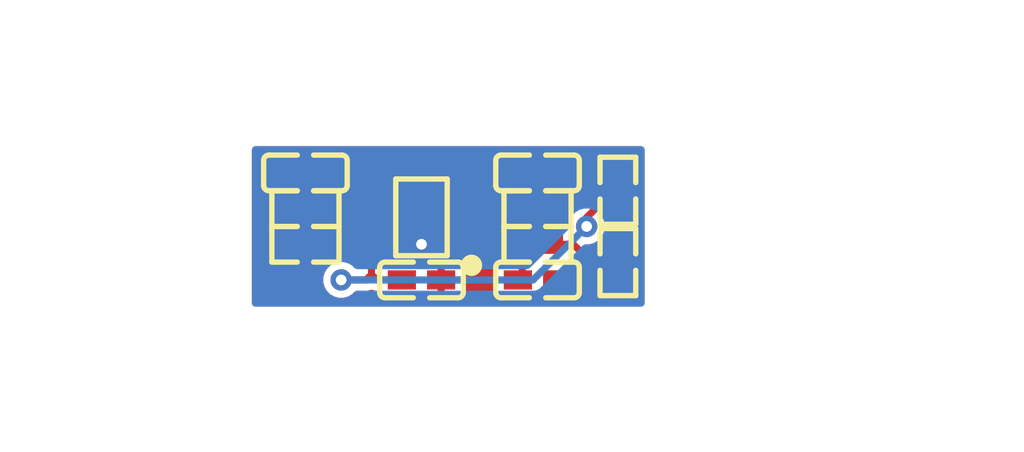
<source format=kicad_pcb>
(kicad_pcb (version 20241229) (generator "pcbnew") (generator_version "9.0")
  (layers (0 "F.Cu" signal) (2 "B.Cu" signal) (13 "F.Paste" user) (15 "B.Paste" user) (5 "F.SilkS" user "F.Silkscreen") (7 "B.SilkS" user "B.Silkscreen") (1 "F.Mask" user) (3 "B.Mask" user) (25 "Edge.Cuts" user))
  (net 0 "")
  (net 1 "line-5")
  (net 2 "line-2")
  (net 3 "line-4")
  (net 4 "line-1")
  (net 5 "line-3")
  (net 6 "line")
  (net 7 "hv")
  (net 8 "b")
  (net 9 "a")
  (net 10 "switch")
  (net 11 "gnd")
  (footprint "atopile:R0402-56259e" (layer "F.Cu") (at -3.25 0.75 0)
    (property "Reference" "R3" (hide yes))
    (property "Value" "10kΩ ±1% 62.5mW")
    (fp_line (start -0.94 -0.5) (end -0.23 -0.5) (stroke (width 0.15)) (layer "F.SilkS"))
    (fp_line (start -0.94 0.5) (end -0.94 -0.5) (stroke (width 0.15)) (layer "F.SilkS"))
    (fp_line (start -0.23 0.5) (end -0.94 0.5) (stroke (width 0.15)) (layer "F.SilkS"))
    (fp_line (start 0.23 0.5) (end 0.94 0.5) (stroke (width 0.15)) (layer "F.SilkS"))
    (fp_line (start 0.94 -0.5) (end 0.23 -0.5) (stroke (width 0.15)) (layer "F.SilkS"))
    (fp_line (start 0.94 0.5) (end 0.94 -0.5) (stroke (width 0.15)) (layer "F.SilkS"))
    (pad "1" smd rect (at -0.43 0 0) (size 0.57 0.54) (layers "F.Cu" "F.Mask" "F.Paste") (net 10 "switch"))
    (pad "2" smd rect (at 0.43 0 0) (size 0.57 0.54) (layers "F.Cu" "F.Mask" "F.Paste") (net 7 "hv"))
  )
  (footprint "atopile:C0402-b3ef17" (layer "F.Cu") (at 3.25 -1.25 0)
    (property "Reference" "C3" (hide yes))
    (property "Value" "100nF ±10% 16V X7R")
    (fp_line (start -1.17 0.35) (end -1.17 -0.35) (stroke (width 0.15)) (layer "F.SilkS"))
    (fp_line (start -1.02 -0.5) (end -0.23 -0.5) (stroke (width 0.15)) (layer "F.SilkS"))
    (fp_line (start -0.23 0.5) (end -1.02 0.5) (stroke (width 0.15)) (layer "F.SilkS"))
    (fp_line (start 0.23 0.5) (end 1.02 0.5) (stroke (width 0.15)) (layer "F.SilkS"))
    (fp_line (start 1.02 -0.5) (end 0.23 -0.5) (stroke (width 0.15)) (layer "F.SilkS"))
    (fp_line (start 1.17 0.35) (end 1.17 -0.35) (stroke (width 0.15)) (layer "F.SilkS"))
    (fp_arc (start -1.17 -0.35) (mid -1.126066 -0.456066) (end -1.02 -0.5) (stroke (width 0.15)) (layer "F.SilkS"))
    (fp_arc (start -1.02 0.5) (mid -1.126066 0.456066) (end -1.17 0.35) (stroke (width 0.15)) (layer "F.SilkS"))
    (fp_arc (start 1.02 -0.5) (mid 1.126066 -0.456066) (end 1.17 -0.35) (stroke (width 0.15)) (layer "F.SilkS"))
    (fp_arc (start 1.17 0.35) (mid 1.126066 0.456066) (end 1.02 0.5) (stroke (width 0.15)) (layer "F.SilkS"))
    (pad "1" smd rect (at -0.55 0 0) (size 0.79 0.54) (layers "F.Cu" "F.Mask" "F.Paste") (net 6 "line"))
    (pad "2" smd rect (at 0.55 0 0) (size 0.79 0.54) (layers "F.Cu" "F.Mask" "F.Paste") (net 11 "gnd"))
  )
  (footprint "atopile:R0402-56259e" (layer "F.Cu") (at -3.25 -0.25 0)
    (property "Reference" "R6" (hide yes))
    (property "Value" "10kΩ ±1% 62.5mW")
    (fp_line (start -0.94 -0.5) (end -0.23 -0.5) (stroke (width 0.15)) (layer "F.SilkS"))
    (fp_line (start -0.94 0.5) (end -0.94 -0.5) (stroke (width 0.15)) (layer "F.SilkS"))
    (fp_line (start -0.23 0.5) (end -0.94 0.5) (stroke (width 0.15)) (layer "F.SilkS"))
    (fp_line (start 0.23 0.5) (end 0.94 0.5) (stroke (width 0.15)) (layer "F.SilkS"))
    (fp_line (start 0.94 -0.5) (end 0.23 -0.5) (stroke (width 0.15)) (layer "F.SilkS"))
    (fp_line (start 0.94 0.5) (end 0.94 -0.5) (stroke (width 0.15)) (layer "F.SilkS"))
    (pad "1" smd rect (at -0.43 0 0) (size 0.57 0.54) (layers "F.Cu" "F.Mask" "F.Paste") (net 10 "switch"))
    (pad "2" smd rect (at 0.43 0 0) (size 0.57 0.54) (layers "F.Cu" "F.Mask" "F.Paste") (net 4 "line-1"))
  )
  (footprint "atopile:R0402-56259e" (layer "F.Cu") (at 3.25 0.75 180)
    (property "Reference" "R4" (hide yes))
    (property "Value" "10kΩ ±1% 62.5mW")
    (fp_line (start 0.94 0.5) (end 0.94 -0.5) (stroke (width 0.15)) (layer "F.SilkS"))
    (fp_line (start 0.94 -0.5) (end 0.23 -0.5) (stroke (width 0.15)) (layer "F.SilkS"))
    (fp_line (start 0.23 0.5) (end 0.94 0.5) (stroke (width 0.15)) (layer "F.SilkS"))
    (fp_line (start -0.23 0.5) (end -0.94 0.5) (stroke (width 0.15)) (layer "F.SilkS"))
    (fp_line (start -0.94 0.5) (end -0.94 -0.5) (stroke (width 0.15)) (layer "F.SilkS"))
    (fp_line (start -0.94 -0.5) (end -0.23 -0.5) (stroke (width 0.15)) (layer "F.SilkS"))
    (pad "1" smd rect (at -0.43 0 180) (size 0.57 0.54) (layers "F.Cu" "F.Mask" "F.Paste") (net 9 "a"))
    (pad "2" smd rect (at 0.43 0 180) (size 0.57 0.54) (layers "F.Cu" "F.Mask" "F.Paste") (net 5 "line-3"))
  )
  (footprint "atopile:C0402-b3ef17" (layer "F.Cu") (at 0 1.75 0)
    (property "Reference" "C1" (hide yes))
    (property "Value" "100nF ±10% 16V X7R")
    (fp_line (start -1.17 0.35) (end -1.17 -0.35) (stroke (width 0.15)) (layer "F.SilkS"))
    (fp_line (start -1.02 -0.5) (end -0.23 -0.5) (stroke (width 0.15)) (layer "F.SilkS"))
    (fp_line (start -0.23 0.5) (end -1.02 0.5) (stroke (width 0.15)) (layer "F.SilkS"))
    (fp_line (start 0.23 0.5) (end 1.02 0.5) (stroke (width 0.15)) (layer "F.SilkS"))
    (fp_line (start 1.02 -0.5) (end 0.23 -0.5) (stroke (width 0.15)) (layer "F.SilkS"))
    (fp_line (start 1.17 0.35) (end 1.17 -0.35) (stroke (width 0.15)) (layer "F.SilkS"))
    (fp_arc (start -1.17 -0.35) (mid -1.126066 -0.456066) (end -1.02 -0.5) (stroke (width 0.15)) (layer "F.SilkS"))
    (fp_arc (start -1.02 0.5) (mid -1.126066 0.456066) (end -1.17 0.35) (stroke (width 0.15)) (layer "F.SilkS"))
    (fp_arc (start 1.02 -0.5) (mid 1.126066 -0.456066) (end 1.17 -0.35) (stroke (width 0.15)) (layer "F.SilkS"))
    (fp_arc (start 1.17 0.35) (mid 1.126066 0.456066) (end 1.02 0.5) (stroke (width 0.15)) (layer "F.SilkS"))
    (pad "1" smd rect (at -0.55 0 0) (size 0.79 0.54) (layers "F.Cu" "F.Mask" "F.Paste") (net 7 "hv"))
    (pad "2" smd rect (at 0.55 0 0) (size 0.79 0.54) (layers "F.Cu" "F.Mask" "F.Paste") (net 11 "gnd"))
  )
  (footprint "atopile:R0402-56259e" (layer "F.Cu") (at 3.25 -0.25 180)
    (property "Reference" "R5" (hide yes))
    (property "Value" "10kΩ ±1% 62.5mW")
    (fp_line (start 0.94 0.5) (end 0.94 -0.5) (stroke (width 0.15)) (layer "F.SilkS"))
    (fp_line (start 0.94 -0.5) (end 0.23 -0.5) (stroke (width 0.15)) (layer "F.SilkS"))
    (fp_line (start 0.23 0.5) (end 0.94 0.5) (stroke (width 0.15)) (layer "F.SilkS"))
    (fp_line (start -0.23 0.5) (end -0.94 0.5) (stroke (width 0.15)) (layer "F.SilkS"))
    (fp_line (start -0.94 0.5) (end -0.94 -0.5) (stroke (width 0.15)) (layer "F.SilkS"))
    (fp_line (start -0.94 -0.5) (end -0.23 -0.5) (stroke (width 0.15)) (layer "F.SilkS"))
    (pad "1" smd rect (at -0.43 0 180) (size 0.57 0.54) (layers "F.Cu" "F.Mask" "F.Paste") (net 8 "b"))
    (pad "2" smd rect (at 0.43 0 180) (size 0.57 0.54) (layers "F.Cu" "F.Mask" "F.Paste") (net 6 "line"))
  )
  (footprint "atopile:C0402-b3ef17" (layer "F.Cu") (at 3.25 1.75 0)
    (property "Reference" "C2" (hide yes))
    (property "Value" "100nF ±10% 16V X7R")
    (fp_line (start -1.17 0.35) (end -1.17 -0.35) (stroke (width 0.15)) (layer "F.SilkS"))
    (fp_line (start -1.02 -0.5) (end -0.23 -0.5) (stroke (width 0.15)) (layer "F.SilkS"))
    (fp_line (start -0.23 0.5) (end -1.02 0.5) (stroke (width 0.15)) (layer "F.SilkS"))
    (fp_line (start 0.23 0.5) (end 1.02 0.5) (stroke (width 0.15)) (layer "F.SilkS"))
    (fp_line (start 1.02 -0.5) (end 0.23 -0.5) (stroke (width 0.15)) (layer "F.SilkS"))
    (fp_line (start 1.17 0.35) (end 1.17 -0.35) (stroke (width 0.15)) (layer "F.SilkS"))
    (fp_arc (start -1.17 -0.35) (mid -1.126066 -0.456066) (end -1.02 -0.5) (stroke (width 0.15)) (layer "F.SilkS"))
    (fp_arc (start -1.02 0.5) (mid -1.126066 0.456066) (end -1.17 0.35) (stroke (width 0.15)) (layer "F.SilkS"))
    (fp_arc (start 1.02 -0.5) (mid 1.126066 -0.456066) (end 1.17 -0.35) (stroke (width 0.15)) (layer "F.SilkS"))
    (fp_arc (start 1.17 0.35) (mid 1.126066 0.456066) (end 1.02 0.5) (stroke (width 0.15)) (layer "F.SilkS"))
    (pad "1" smd rect (at -0.55 0 0) (size 0.79 0.54) (layers "F.Cu" "F.Mask" "F.Paste") (net 5 "line-3"))
    (pad "2" smd rect (at 0.55 0 0) (size 0.79 0.54) (layers "F.Cu" "F.Mask" "F.Paste") (net 11 "gnd"))
  )
  (footprint "atopile:R0402-56259e" (layer "F.Cu") (at 5.5 -0.75 -90)
    (property "Reference" "R2" (hide yes))
    (property "Value" "10kΩ ±1% 62.5mW")
    (fp_line (start -0.94 0.5) (end -0.94 -0.5) (stroke (width 0.15)) (layer "F.SilkS"))
    (fp_line (start -0.23 0.5) (end -0.94 0.5) (stroke (width 0.15)) (layer "F.SilkS"))
    (fp_line (start 0.23 0.5) (end 0.94 0.5) (stroke (width 0.15)) (layer "F.SilkS"))
    (fp_line (start 0.94 0.5) (end 0.94 -0.5) (stroke (width 0.15)) (layer "F.SilkS"))
    (fp_line (start -0.94 -0.5) (end -0.23 -0.5) (stroke (width 0.15)) (layer "F.SilkS"))
    (fp_line (start 0.94 -0.5) (end 0.23 -0.5) (stroke (width 0.15)) (layer "F.SilkS"))
    (pad "1" smd rect (at -0.43 0 270) (size 0.57 0.54) (layers "F.Cu" "F.Mask" "F.Paste") (net 8 "b"))
    (pad "2" smd rect (at 0.43 0 270) (size 0.57 0.54) (layers "F.Cu" "F.Mask" "F.Paste") (net 7 "hv"))
  )
  (footprint "atopile:VSSOP-8_L2.3-W2.0-P0.50-LS3.1-BR-069dfb" (layer "F.Cu") (at 0 0 0)
    (property "Reference" "U1" (hide yes))
    (property "Value" "")
    (fp_line (start -0.72 -1.08) (end 0.72 -1.08) (stroke (width 0.15)) (layer "F.SilkS"))
    (fp_line (start -0.72 1.07) (end -0.72 -1.08) (stroke (width 0.15)) (layer "F.SilkS"))
    (fp_line (start 0.72 -1.08) (end 0.72 1.07) (stroke (width 0.15)) (layer "F.SilkS"))
    (fp_line (start 0.72 1.07) (end -0.72 1.07) (stroke (width 0.15)) (layer "F.SilkS"))
    (fp_circle (center 1.4 1.34) (end 1.55 1.34) (stroke (width 0.3)) (fill no) (layer "F.SilkS"))
    (pad "1" smd oval (at 1.4 0.75 90) (size 0.28 0.91) (layers "F.Cu" "F.Mask" "F.Paste") (net 5 "line-3"))
    (pad "2" smd oval (at 1.4 0.25 90) (size 0.28 0.91) (layers "F.Cu" "F.Mask" "F.Paste") (net 3 "line-4"))
    (pad "3" smd oval (at 1.4 -0.25 90) (size 0.28 0.91) (layers "F.Cu" "F.Mask" "F.Paste") (net 6 "line"))
    (pad "4" smd oval (at 1.4 -0.75 90) (size 0.28 0.91) (layers "F.Cu" "F.Mask" "F.Paste") (net 11 "gnd"))
    (pad "5" smd oval (at -1.4 -0.75 90) (size 0.28 0.91) (layers "F.Cu" "F.Mask" "F.Paste") (net 2 "line-2"))
    (pad "6" smd oval (at -1.4 -0.25 90) (size 0.28 0.91) (layers "F.Cu" "F.Mask" "F.Paste") (net 4 "line-1"))
    (pad "7" smd oval (at -1.4 0.25 90) (size 0.28 0.91) (layers "F.Cu" "F.Mask" "F.Paste") (net 1 "line-5"))
    (pad "8" smd oval (at -1.4 0.75 90) (size 0.28 0.91) (layers "F.Cu" "F.Mask" "F.Paste") (net 7 "hv"))
  )
  (footprint "atopile:C0402-b3ef17" (layer "F.Cu") (at -3.25 -1.25 180)
    (property "Reference" "C4" (hide yes))
    (property "Value" "100nF ±10% 16V X7R")
    (fp_line (start 1.17 0.35) (end 1.17 -0.35) (stroke (width 0.15)) (layer "F.SilkS"))
    (fp_line (start 1.02 -0.5) (end 0.23 -0.5) (stroke (width 0.15)) (layer "F.SilkS"))
    (fp_line (start 0.23 0.5) (end 1.02 0.5) (stroke (width 0.15)) (layer "F.SilkS"))
    (fp_line (start -0.23 0.5) (end -1.02 0.5) (stroke (width 0.15)) (layer "F.SilkS"))
    (fp_line (start -1.02 -0.5) (end -0.23 -0.5) (stroke (width 0.15)) (layer "F.SilkS"))
    (fp_line (start -1.17 0.35) (end -1.17 -0.35) (stroke (width 0.15)) (layer "F.SilkS"))
    (fp_arc (start 1.17 0.35) (mid 1.126066 0.456066) (end 1.02 0.5) (stroke (width 0.15)) (layer "F.SilkS"))
    (fp_arc (start 1.02 -0.5) (mid 1.126066 -0.456066) (end 1.17 -0.35) (stroke (width 0.15)) (layer "F.SilkS"))
    (fp_arc (start -1.02 0.5) (mid -1.126066 0.456066) (end -1.17 0.35) (stroke (width 0.15)) (layer "F.SilkS"))
    (fp_arc (start -1.17 -0.35) (mid -1.126066 -0.456066) (end -1.02 -0.5) (stroke (width 0.15)) (layer "F.SilkS"))
    (pad "1" smd rect (at -0.55 0 180) (size 0.79 0.54) (layers "F.Cu" "F.Mask" "F.Paste") (net 4 "line-1"))
    (pad "2" smd rect (at 0.55 0 180) (size 0.79 0.54) (layers "F.Cu" "F.Mask" "F.Paste") (net 11 "gnd"))
  )
  (footprint "atopile:R0402-56259e" (layer "F.Cu") (at 5.5 1.25 90)
    (property "Reference" "R1" (hide yes))
    (property "Value" "10kΩ ±1% 62.5mW")
    (fp_line (start 0.94 -0.5) (end 0.23 -0.5) (stroke (width 0.15)) (layer "F.SilkS"))
    (fp_line (start -0.94 -0.5) (end -0.23 -0.5) (stroke (width 0.15)) (layer "F.SilkS"))
    (fp_line (start 0.94 0.5) (end 0.94 -0.5) (stroke (width 0.15)) (layer "F.SilkS"))
    (fp_line (start 0.23 0.5) (end 0.94 0.5) (stroke (width 0.15)) (layer "F.SilkS"))
    (fp_line (start -0.23 0.5) (end -0.94 0.5) (stroke (width 0.15)) (layer "F.SilkS"))
    (fp_line (start -0.94 0.5) (end -0.94 -0.5) (stroke (width 0.15)) (layer "F.SilkS"))
    (pad "1" smd rect (at -0.43 0 90) (size 0.57 0.54) (layers "F.Cu" "F.Mask" "F.Paste") (net 9 "a"))
    (pad "2" smd rect (at 0.43 0 90) (size 0.57 0.54) (layers "F.Cu" "F.Mask" "F.Paste") (net 7 "hv"))
  )
  (via (at 4.625 0.25) (size 0.6) (drill 0.3) (layers "F.Cu" "B.Cu") (net 7))
  (via (at -2.25 1.75) (size 0.6) (drill 0.3) (layers "F.Cu" "B.Cu") (net 7))
  (via (at 0 0.75) (size 0.6) (drill 0.3) (layers "F.Cu" "B.Cu") (net 11))
  (zone (net 11) (net_name "gnd") (layers "F.Cu" "B.Cu") (connect_pads (clearance 0.2)) (min_thickness 0.2) (fill yes (thermal_gap 0.2) (thermal_bridge_width 0.2))
    (polygon (pts (xy -4.75 -2) (xy -4.75 2.5) (xy 6.25 2.5) (xy 6.25 -2)))
  )
  (segment (start -2.82 -1.13) (end -2.7 -1.25) (width 0.2) (net 4) (layer "F.Cu"))
  (segment (start -2.82 -0.25) (end -2.82 -1.13) (width 0.2) (net 4) (layer "F.Cu"))
  (segment (start -2.82 -0.25) (end -1.4 -0.25) (width 0.2) (net 4) (layer "F.Cu"))
  (segment (start 2.82 1.63) (end 2.7 1.75) (width 0.2) (net 5) (layer "F.Cu"))
  (segment (start 1.4 0.75) (end 2.82 0.75) (width 0.2) (net 5) (layer "F.Cu"))
  (segment (start 2.82 0.75) (end 2.82 1.63) (width 0.2) (net 5) (layer "F.Cu"))
  (segment (start 1.4 -0.25) (end 2.82 -0.25) (width 0.2) (net 6) (layer "F.Cu"))
  (segment (start 2.82 -1.13) (end 2.7 -1.25) (width 0.2) (net 6) (layer "F.Cu"))
  (segment (start 2.82 -0.25) (end 2.82 -1.13) (width 0.2) (net 6) (layer "F.Cu"))
  (segment (start -1.4 1.6) (end -1.25 1.75) (width 0.2) (net 7) (layer "F.Cu"))
  (segment (start 4.625 0) (end 4.625 0.25) (width 0.2) (net 7) (layer "F.Cu"))
  (segment (start -1.55 1.75) (end -1.4 1.6) (width 0.2) (net 7) (layer "F.Cu"))
  (segment (start 5.5 -0.32) (end 4.945 -0.32) (width 0.2) (net 7) (layer "F.Cu"))
  (segment (start 5.5 0.82) (end 5.5 -0.32) (width 0.2) (net 7) (layer "F.Cu"))
  (segment (start 4.75 -0.125) (end 4.625 0) (width 0.2) (net 7) (layer "F.Cu"))
  (segment (start 4.945 -0.32) (end 4.75 -0.125) (width 0.2) (net 7) (layer "F.Cu"))
  (segment (start -2.82 0.75) (end -1.4 0.75) (width 0.2) (net 7) (layer "F.Cu"))
  (segment (start -2.25 1.75) (end -1.55 1.75) (width 0.2) (net 7) (layer "F.Cu"))
  (segment (start -1.4 0.75) (end -1.4 1.6) (width 0.2) (net 7) (layer "F.Cu"))
  (segment (start -1.25 1.75) (end -0.55 1.75) (width 0.2) (net 7) (layer "F.Cu"))
  (segment (start 3.125 1.75) (end 4.625 0.25) (width 0.2) (net 7) (layer "B.Cu"))
  (segment (start -2.25 1.75) (end 3.125 1.75) (width 0.2) (net 7) (layer "B.Cu"))
  (segment (start 4.25 -0.25) (end 3.68 -0.25) (width 0.2) (net 8) (layer "F.Cu"))
  (segment (start 5.5 -1.18) (end 4.93 -1.18) (width 0.2) (net 8) (layer "F.Cu"))
  (segment (start 4.93 -1.18) (end 4.625 -0.875) (width 0.2) (net 8) (layer "F.Cu"))
  (segment (start 4.625 -0.875) (end 4.625 -0.625) (width 0.2) (net 8) (layer "F.Cu"))
  (segment (start 4.625 -0.625) (end 4.25 -0.25) (width 0.2) (net 8) (layer "F.Cu"))
  (segment (start 5.5 1.68) (end 4.93 1.68) (width 0.2) (net 9) (layer "F.Cu"))
  (segment (start 4.25 0.75) (end 3.68 0.75) (width 0.2) (net 9) (layer "F.Cu"))
  (segment (start 4.93 1.68) (end 4.625 1.375) (width 0.2) (net 9) (layer "F.Cu"))
  (segment (start 4.625 1.375) (end 4.625 1.125) (width 0.2) (net 9) (layer "F.Cu"))
  (segment (start 4.625 1.125) (end 4.25 0.75) (width 0.2) (net 9) (layer "F.Cu"))
  (segment (start -3.68 -0.25) (end -3.68 0.75) (width 0.2) (net 10) (layer "F.Cu"))
)
</source>
